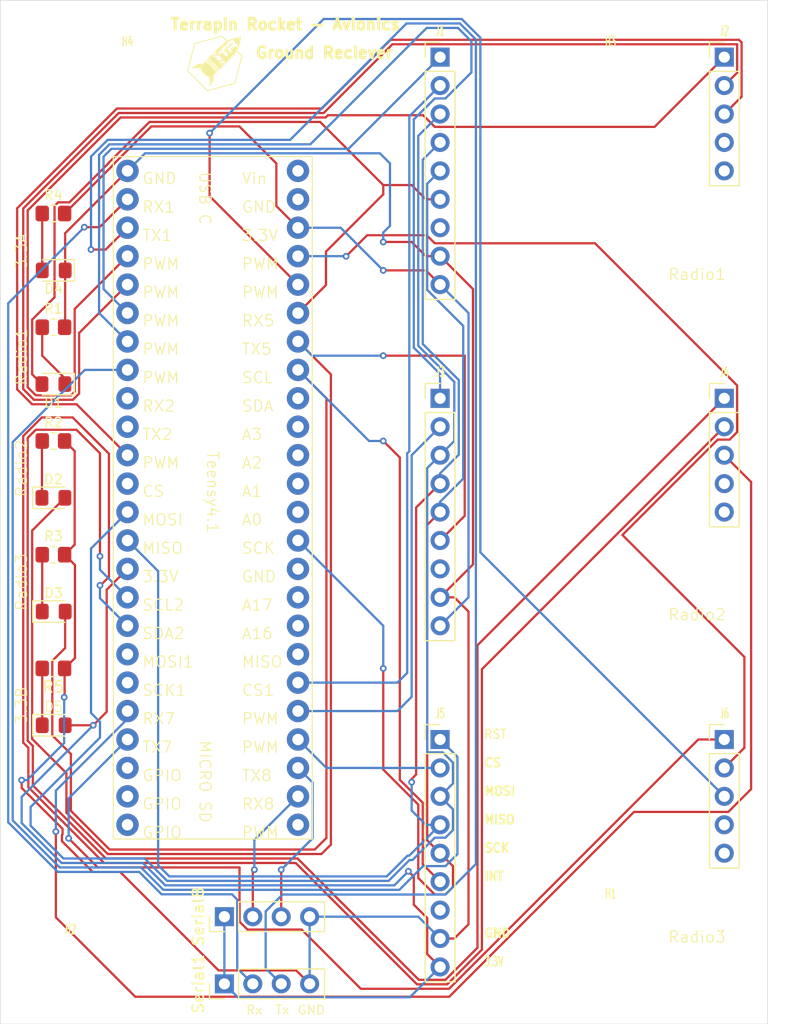
<source format=kicad_pcb>
(kicad_pcb (version 20221018) (generator pcbnew)
  (layers (0 "F.Cu" signal) (31 "B.Cu" signal) (34 "B.Paste" user) (35 "F.Paste" user) (36 "B.SilkS" user "B.Silkscreen") (37 "F.SilkS" user "F.Silkscreen") (38 "B.Mask" user) (39 "F.Mask" user) (44 "Edge.Cuts" user))
  (net 0 "")
  (net 1 "/RST1")
  (net 2 "/CS1")
  (net 3 "/MOSI")
  (net 4 "/MISO")
  (net 5 "/SCK")
  (net 6 "/INT1")
  (net 8 "/GND")
  (net 9 "/3.3V A")
  (net 10 "/G5_1")
  (net 11 "/G4_1")
  (net 12 "/G3_1")
  (net 13 "/G2_1")
  (net 14 "/G1_1")
  (net 15 "/G3_2")
  (net 16 "/G2_2")
  (net 17 "/G1_2")
  (net 18 "/G5_3")
  (net 19 "/RST2")
  (net 20 "/CS2")
  (net 21 "/INT2")
  (net 22 "/G4_3")
  (net 23 "/G3_3")
  (net 24 "/G2_3")
  (net 26 "/RST3")
  (net 27 "/CS3")
  (net 28 "/3.3V B")
  (net 29 "/G1_3")
  (net 30 "/RX1")
  (net 33 "/TX1")
  (net 34 "/RX8")
  (net 38 "/TX8")
  (net 39 "/G5_2")
  (net 40 "/G4_2")
  (net 41 "/INT3")
  (net 58 "Net-(D1-K)")
  (net 59 "Net-(D2-K)")
  (net 60 "Net-(D3-K)")
  (net 61 "Net-(D4-A)")
  (net 62 "Net-(D5-K)")
  (footprint "Connector_PinHeader_2.54mm:PinHeader_1x09_P2.54mm_Vertical" (layer "F.Cu") (at 152.4 85.09)
    (fp_text reference "J3")
    (fp_text value "Conn_01x09_Pin" hide)
  )
  (footprint "Resistor_SMD:R_0805_2012Metric_Pad1.20x1.40mm_HandSolder" (layer "F.Cu") (at 117.84 88.9)
    (fp_text reference "R2")
    (fp_text value "1000")
  )
  (footprint "MountingHole:MountingHole_2.1mm" (layer "F.Cu") (at 167.64 132.54)
    (fp_text reference "H1")
    (fp_text value "MountingHole")
  )
  (footprint "Resistor_SMD:R_0805_2012Metric_Pad1.20x1.40mm_HandSolder" (layer "F.Cu") (at 117.84 68.58)
    (fp_text reference "R4")
    (fp_text value "1000")
  )
  (footprint "MountingHole:MountingHole_2.1mm" (layer "F.Cu") (at 124.46 56.42)
    (fp_text reference "H4")
    (fp_text value "MountingHole")
  )
  (footprint "Connector_PinHeader_2.54mm:PinHeader_1x05_P2.54mm_Vertical" (layer "F.Cu") (at 177.8 54.61)
    (fp_text reference "J2")
    (fp_text value "Conn_01x05_Pin")
  )
  (footprint "Breakout Boards:Teensy_4.1" (layer "F.Cu") (at 132.08 93.98)
    (fp_text reference "Teensy4.1")
    (fp_text value "~")
  )
  (footprint "Connector_PinHeader_2.54mm:PinHeader_1x04_P2.54mm_Vertical" (layer "F.Cu") (at 133.12 131.4 90)
    (fp_text reference "Serial8")
    (fp_text value "Conn_01x04_Pin" hide)
  )
  (footprint "Connector_PinHeader_2.54mm:PinHeader_1x09_P2.54mm_Vertical" (layer "F.Cu") (at 152.4 115.57)
    (fp_text reference "J5")
    (fp_text value "Conn_01x09_Pin")
  )
  (footprint "LED_SMD:LED_0805_2012Metric_Pad1.15x1.40mm_HandSolder" (layer "F.Cu") (at 117.865 104.14)
    (fp_text reference "D3")
    (fp_text value "LED")
  )
  (footprint "Connector_PinHeader_2.54mm:PinHeader_1x04_P2.54mm_Vertical" (layer "F.Cu") (at 133.12 137.4 90)
    (fp_text reference "Serial1")
    (fp_text value "Conn_01x04_Pin" hide)
  )
  (footprint "MountingHole:MountingHole_2.1mm" (layer "F.Cu") (at 167.64 56.42)
    (fp_text reference "H3")
    (fp_text value "MountingHole")
  )
  (footprint "LED_SMD:LED_0805_2012Metric_Pad1.15x1.40mm_HandSolder" (layer "F.Cu") (at 117.865 73.66 180)
    (fp_text reference "D4")
    (fp_text value "LED")
  )
  (footprint "Resistor_SMD:R_0805_2012Metric_Pad1.20x1.40mm_HandSolder" (layer "F.Cu") (at 117.84 99.06)
    (fp_text reference "R3")
    (fp_text value "1000")
  )
  (footprint "LED_SMD:LED_0805_2012Metric_Pad1.15x1.40mm_HandSolder" (layer "F.Cu") (at 117.84 93.98)
    (fp_text reference "D2")
    (fp_text value "LED")
  )
  (footprint "LED_SMD:LED_0805_2012Metric_Pad1.15x1.40mm_HandSolder" (layer "F.Cu") (at 117.84 83.82 180)
    (fp_text reference "D1")
    (fp_text value "LED")
  )
  (footprint "Resistor_SMD:R_0805_2012Metric_Pad1.20x1.40mm_HandSolder" (layer "F.Cu") (at 117.84 78.74)
    (fp_text reference "R1")
    (fp_text value "1000")
  )
  (footprint "Connector_PinHeader_2.54mm:PinHeader_1x05_P2.54mm_Vertical" (layer "F.Cu") (at 177.8 115.57)
    (fp_text reference "J6")
    (fp_text value "Conn_01x05_Pin")
  )
  (footprint "MountingHole:MountingHole_2.1mm" (layer "F.Cu") (at 124.46 132.54)
    (fp_text reference "H2")
    (fp_text value "MountingHole")
  )
  (footprint "Connector_PinHeader_2.54mm:PinHeader_1x05_P2.54mm_Vertical" (layer "F.Cu") (at 177.8 85.09)
    (fp_text reference "J4")
    (fp_text value "Conn_01x05_Pin")
  )
  (footprint "Connector_PinHeader_2.54mm:PinHeader_1x09_P2.54mm_Vertical" (layer "F.Cu") (at 152.4 54.61)
    (fp_text reference "J1")
    (fp_text value "Conn_01x09_Pin" hide)
  )
  (footprint "Resistor_SMD:R_0805_2012Metric_Pad1.20x1.40mm_HandSolder" (layer "F.Cu") (at 117.84 109.22 180)
    (fp_text reference "R5")
    (fp_text value "1000")
  )
  (footprint "LOGO" (layer "F.Cu") (at 132.24 55.18)
    (fp_text reference "G***" hide)
    (fp_text value "LOGO" hide)
  )
  (footprint "LED_SMD:LED_0805_2012Metric_Pad1.15x1.40mm_HandSolder" (layer "F.Cu") (at 117.865 114.3)
    (fp_text reference "D5")
    (fp_text value "LED")
  )
  (gr_rect (start 113.09 49.53) (end 181.67 140.97) (stroke (width 0.05)) (fill none) (layer "Edge.Cuts"))
  (gr_text "Radio1" (at 115.57 78.74 90) (layer "F.SilkS") (effects (font (size 1 1) (thickness 0.1)) (justify right bottom)))
  (gr_text "GND" (at 156.27 133.35) (layer "F.SilkS") (effects (font (size 0.8015 0.738) (thickness 0.1845) bold) (justify left bottom)))
  (gr_text "Ground Reciever" (at 135.8 54.8) (layer "F.SilkS") (effects (font (size 0.992 0.992) (thickness 0.248) bold) (justify left bottom)))
  (gr_text "MOSI" (at 156.27 120.65) (layer "F.SilkS") (effects (font (size 0.8015 0.738) (thickness 0.1845) bold) (justify left bottom)))
  (gr_text "Radio3" (at 115.57 104.14 90) (layer "F.SilkS") (effects (font (size 1 1) (thickness 0.1)) (justify left bottom)))
  (gr_text "3.3A" (at 115.57 73.66 90) (layer "F.SilkS") (effects (font (size 1 1) (thickness 0.1)) (justify left bottom)))
  (gr_text "Radio2\n" (at 178 105) (layer "F.SilkS") (effects (font (size 1 1) (thickness 0.1)) (justify right bottom)))
  (gr_text "MISO" (at 156.27 123.19) (layer "F.SilkS") (effects (font (size 0.8015 0.738) (thickness 0.1845) bold) (justify left bottom)))
  (gr_text "Radio2" (at 115.57 93.98 90) (layer "F.SilkS") (effects (font (size 1 1) (thickness 0.1)) (justify left bottom)))
  (gr_text "RST" (at 156.27 115.57) (layer "F.SilkS") (effects (font (size 0.8014 0.738) (thickness 0.121) bold) (justify left bottom)))
  (gr_text "SCK" (at 156.27 125.73) (layer "F.SilkS") (effects (font (size 0.8015 0.738) (thickness 0.1845) bold) (justify left bottom)))
  (gr_text "GND" (at 139.6 140.2) (layer "F.SilkS") (effects (font (size 0.8 0.8) (thickness 0.1)) (justify left bottom)))
  (gr_text "Radio1" (at 178 74.6) (layer "F.SilkS") (effects (font (size 1 1) (thickness 0.1)) (justify right bottom)))
  (gr_text "Terrapin Rocket - Avionics" (at 128.18 52.26) (layer "F.SilkS") (effects (font (size 0.992 0.992) (thickness 0.248) bold) (justify left bottom)))
  (gr_text "Radio3\n\n" (at 178 135.4) (layer "F.SilkS") (effects (font (size 1 1) (thickness 0.1)) (justify right bottom)))
  (gr_text "3.3V" (at 156.27 135.89) (layer "F.SilkS") (effects (font (size 0.8015 0.522) (thickness 0.1305) bold) (justify left bottom)))
  (gr_text "Tx" (at 137.6 140.2) (layer "F.SilkS") (effects (font (size 0.8 0.8) (thickness 0.1)) (justify left bottom)))
  (gr_text "3.3B" (at 115.57 114.3 90) (layer "F.SilkS") (effects (font (size 1 1) (thickness 0.1)) (justify left bottom)))
  (gr_text "INT" (at 156.27 128.27) (layer "F.SilkS") (effects (font (size 0.8015 0.738) (thickness 0.1845) bold) (justify left bottom)))
  (gr_text "CS" (at 156.27 118.11) (layer "F.SilkS") (effects (font (size 0.80024 0.738) (thickness 0.1845) bold) (justify left bottom)))
  (gr_text "Rx" (at 135 140.2) (layer "F.SilkS") (effects (font (size 0.8 0.8) (thickness 0.1)) (justify left bottom)))
  (segment (start 124.46 77.47) (end 122.32 75.33) (width 0.2) (layer "B.Cu") (net 1))
  (segment (start 123.02 62.8) (end 144.21 62.8) (width 0.2) (layer "B.Cu") (net 1))
  (segment (start 144.21 62.8) (end 152.4 54.61) (width 0.2) (layer "B.Cu") (net 1))
  (segment (start 122.32 75.33) (end 122.32 63.5) (width 0.2) (layer "B.Cu") (net 1))
  (segment (start 122.32 63.5) (end 123.02 62.8) (width 0.2) (layer "B.Cu") (net 1))
  (segment (start 149.46 90.004315) (end 149.46 109.62) (width 0.2) (layer "B.Cu") (net 2))
  (segment (start 149.46 109.62) (end 148.59 110.49) (width 0.2) (layer "B.Cu") (net 2))
  (segment (start 152.4 57.15) (end 149.65 59.9) (width 0.2) (layer "B.Cu") (net 2))
  (segment (start 149.65 89.814314) (end 149.46 90.004315) (width 0.2) (layer "B.Cu") (net 2))
  (segment (start 148.59 110.49) (end 139.7 110.49) (width 0.2) (layer "B.Cu") (net 2))
  (segment (start 149.65 59.9) (end 149.65 89.814314) (width 0.2) (layer "B.Cu") (net 2))
  (segment (start 126 126.2) (end 128 128.2) (width 0.2) (layer "B.Cu") (net 3))
  (segment (start 118.731372 126.2) (end 126 126.2) (width 0.2) (layer "B.Cu") (net 3))
  (segment (start 153.55 121.8) (end 152.4 120.65) (width 0.2) (layer "B.Cu") (net 3))
  (segment (start 124.46 95.25) (end 121.2 98.51) (width 0.2) (layer "B.Cu") (net 3))
  (segment (start 152.4 90.17) (end 153.67 88.9) (width 0.2) (layer "B.Cu") (net 3))
  (segment (start 121.2 98.51) (end 121.2 113.2) (width 0.2) (layer "B.Cu") (net 3))
  (segment (start 121.2 113.2) (end 122 114) (width 0.2) (layer "B.Cu") (net 3))
  (segment (start 153.55 123.666346) (end 153.55 121.8) (width 0.2) (layer "B.Cu") (net 3))
  (segment (start 115.8 123.268628) (end 118.731372 126.2) (width 0.2) (layer "B.Cu") (net 3))
  (segment (start 151.923654 124.34) (end 152.876346 124.34) (width 0.2) (layer "B.Cu") (net 3))
  (segment (start 150.45 80.399999) (end 150.45 61.64) (width 0.2) (layer "B.Cu") (net 3))
  (segment (start 153.55 117.633654) (end 152.636346 116.72) (width 0.2) (layer "B.Cu") (net 3))
  (segment (start 122 115.4) (end 115.8 121.6) (width 0.2) (layer "B.Cu") (net 3))
  (segment (start 152.4 120.65) (end 153.55 119.5) (width 0.2) (layer "B.Cu") (net 3))
  (segment (start 151.25 116.72) (end 151.25 91.32) (width 0.2) (layer "B.Cu") (net 3))
  (segment (start 153.67 83.62) (end 150.45 80.399999) (width 0.2) (layer "B.Cu") (net 3))
  (segment (start 150.45 61.64) (end 152.4 59.69) (width 0.2) (layer "B.Cu") (net 3))
  (segment (start 147.8 128.2) (end 149.657257 126.342743) (width 0.2) (layer "B.Cu") (net 3))
  (segment (start 128 128.2) (end 147.8 128.2) (width 0.2) (layer "B.Cu") (net 3))
  (segment (start 122 114) (end 122 115.4) (width 0.2) (layer "B.Cu") (net 3))
  (segment (start 152.876346 124.34) (end 153.55 123.666346) (width 0.2) (layer "B.Cu") (net 3))
  (segment (start 152.636346 116.72) (end 151.25 116.72) (width 0.2) (layer "B.Cu") (net 3))
  (segment (start 149.920911 126.342743) (end 151.923654 124.34) (width 0.2) (layer "B.Cu") (net 3))
  (segment (start 115.8 121.6) (end 115.8 123.268628) (width 0.2) (layer "B.Cu") (net 3))
  (segment (start 153.67 88.9) (end 153.67 83.62) (width 0.2) (layer "B.Cu") (net 3))
  (segment (start 153.55 119.5) (end 153.55 117.633654) (width 0.2) (layer "B.Cu") (net 3))
  (segment (start 151.25 91.32) (end 152.4 90.17) (width 0.2) (layer "B.Cu") (net 3))
  (segment (start 149.657257 126.342743) (end 149.920911 126.342743) (width 0.2) (layer "B.Cu") (net 3))
  (segment (start 149.86 119.38) (end 149.86 119.097157) (width 0.2) (layer "F.Cu") (net 4))
  (segment (start 149.86 119.097157) (end 150.26 118.697157) (width 0.2) (layer "F.Cu") (net 4))
  (segment (start 150.26 94.85) (end 152.4 92.71) (width 0.2) (layer "F.Cu") (net 4))
  (segment (start 150.26 118.697157) (end 150.26 94.85) (width 0.2) (layer "F.Cu") (net 4))
  (via (at 149.86 119.38) (size 0.6) (drill 0.3) (layers "F.Cu" "B.Cu") (net 4))
  (segment (start 127.2 126.8) (end 127.2 100.53) (width 0.2) (layer "B.Cu") (net 4))
  (segment (start 147.634314 127.8) (end 128.2 127.8) (width 0.2) (layer "B.Cu") (net 4))
  (segment (start 154.07 90.126346) (end 154.07 83.454314) (width 0.2) (layer "B.Cu") (net 4))
  (segment (start 154.07 83.454314) (end 150.85 80.234314) (width 0.2) (layer "B.Cu") (net 4))
  (segment (start 149.86 121.92) (end 151.13 123.19) (width 0.2) (layer "B.Cu") (net 4))
  (segment (start 128.2 127.8) (end 127.2 126.8) (width 0.2) (layer "B.Cu") (net 4))
  (segment (start 150.85 80.234314) (end 150.85 63.78) (width 0.2) (layer "B.Cu") (net 4))
  (segment (start 152.4 92.71) (end 152.4 91.796346) (width 0.2) (layer "B.Cu") (net 4))
  (segment (start 149.491571 125.942743) (end 147.634314 127.8) (width 0.2) (layer "B.Cu") (net 4))
  (segment (start 149.86 119.38) (end 149.86 121.92) (width 0.2) (layer "B.Cu") (net 4))
  (segment (start 152.4 123.19) (end 149.647257 125.942743) (width 0.2) (layer "B.Cu") (net 4))
  (segment (start 152.4 91.796346) (end 154.07 90.126346) (width 0.2) (layer "B.Cu") (net 4))
  (segment (start 151.13 123.19) (end 152.4 123.19) (width 0.2) (layer "B.Cu") (net 4))
  (segment (start 150.85 63.78) (end 152.4 62.23) (width 0.2) (layer "B.Cu") (net 4))
  (segment (start 149.647257 125.942743) (end 149.491571 125.942743) (width 0.2) (layer "B.Cu") (net 4))
  (segment (start 127.2 100.53) (end 124.46 97.79) (width 0.2) (layer "B.Cu") (net 4))
  (segment (start 150.45 127.946346) (end 151.923654 129.42) (width 0.2) (layer "F.Cu") (net 5))
  (segment (start 153.55 126.88) (end 152.4 125.73) (width 0.2) (layer "F.Cu") (net 5))
  (segment (start 151.25 96.4) (end 151.25 124.58) (width 0.2) (layer "F.Cu") (net 5))
  (segment (start 151.25 124.58) (end 152.4 125.73) (width 0.2) (layer "F.Cu") (net 5))
  (segment (start 151.923654 129.42) (end 152.876346 129.42) (width 0.2) (layer "F.Cu") (net 5))
  (segment (start 147.32 118.254215) (end 150.45 121.384215) (width 0.2) (layer "F.Cu") (net 5))
  (segment (start 152.876346 129.42) (end 153.55 128.746346) (width 0.2) (layer "F.Cu") (net 5))
  (segment (start 147.32 109.22) (end 147.32 118.254215) (width 0.2) (layer "F.Cu") (net 5))
  (segment (start 153.55 128.746346) (end 153.55 126.88) (width 0.2) (layer "F.Cu") (net 5))
  (segment (start 152.4 95.25) (end 151.25 96.4) (width 0.2) (layer "F.Cu") (net 5))
  (segment (start 150.45 121.384215) (end 150.45 127.946346) (width 0.2) (layer "F.Cu") (net 5))
  (via (at 147.32 109.22) (size 0.6) (drill 0.3) (layers "F.Cu" "B.Cu") (net 5))
  (segment (start 152.4 94.336346) (end 154.47 92.266346) (width 0.2) (layer "B.Cu") (net 5))
  (segment (start 151.25 65.92) (end 152.4 64.77) (width 0.2) (layer "B.Cu") (net 5))
  (segment (start 154.47 78.626346) (end 151.25 75.406346) (width 0.2) (layer "B.Cu") (net 5))
  (segment (start 154.47 92.266346) (end 154.47 78.626346) (width 0.2) (layer "B.Cu") (net 5))
  (segment (start 151.25 75.406346) (end 151.25 65.92) (width 0.2) (layer "B.Cu") (net 5))
  (segment (start 152.4 95.25) (end 152.4 94.336346) (width 0.2) (layer "B.Cu") (net 5))
  (segment (start 147.32 109.22) (end 147.32 105.41) (width 0.2) (layer "B.Cu") (net 5))
  (segment (start 147.32 105.41) (end 139.7 97.79) (width 0.2) (layer "B.Cu") (net 5))
  (segment (start 142.2 71.985) (end 142.2 74.97) (width 0.2) (layer "F.Cu") (net 6))
  (segment (start 147.32 66.865) (end 142.2 71.985) (width 0.2) (layer "F.Cu") (net 6))
  (segment (start 126.425836 60.4) (end 141.68 60.4) (width 0.2) (layer "F.Cu") (net 6))
  (segment (start 117.94 67.902183) (end 118.262183 67.58) (width 0.2) (layer "F.Cu") (net 6))
  (segment (start 122.76 64.065836) (end 126.425836 60.4) (width 0.2) (layer "F.Cu") (net 6))
  (segment (start 118.262183 67.58) (end 119.274314 67.58) (width 0.2) (layer "F.Cu") (net 6))
  (segment (start 115.94 78.062183) (end 117.94 76.062183) (width 0.2) (layer "F.Cu") (net 6))
  (segment (start 122.76 64.094314) (end 122.76 64.065836) (width 0.2) (layer "F.Cu") (net 6))
  (segment (start 141.68 60.4) (end 147.32 66.04) (width 0.2) (layer "F.Cu") (net 6))
  (segment (start 142.2 74.97) (end 139.7 77.47) (width 0.2) (layer "F.Cu") (net 6))
  (segment (start 117.94 76.062183) (end 117.94 67.902183) (width 0.2) (layer "F.Cu") (net 6))
  (segment (start 151.13 67.31) (end 152.4 67.31) (width 0.2) (layer "F.Cu") (net 6))
  (segment (start 119.274314 67.58) (end 122.76 64.094314) (width 0.2) (layer "F.Cu") (net 6))
  (segment (start 147.32 66.04) (end 149.86 66.04) (width 0.2) (layer "F.Cu") (net 6))
  (segment (start 147.32 66.04) (end 147.32 66.865) (width 0.2) (layer "F.Cu") (net 6))
  (segment (start 116.815 83.82) (end 115.94 82.945) (width 0.2) (layer "F.Cu") (net 6))
  (segment (start 149.86 66.04) (end 151.13 67.31) (width 0.2) (layer "F.Cu") (net 6))
  (segment (start 115.94 82.945) (end 115.94 78.062183) (width 0.2) (layer "F.Cu") (net 6))
  (segment (start 153.67 133.35) (end 154.94 132.08) (width 0.2) (layer "F.Cu") (net 8))
  (segment (start 118.6 124.648529) (end 121.351471 127.4) (width 0.2) (layer "F.Cu") (net 8))
  (segment (start 155.34 75.33) (end 152.4 72.39) (width 0.2) (layer "F.Cu") (net 8))
  (segment (start 119.74 98.16) (end 118.84 99.06) (width 0.2) (layer "F.Cu") (net 8))
  (segment (start 154.94 132.08) (end 154.94 104.14) (width 0.2) (layer "F.Cu") (net 8))
  (segment (start 152.4 102.87) (end 155.34 99.93) (width 0.2) (layer "F.Cu") (net 8))
  (segment (start 119.765 108.295) (end 119.765 99.985) (width 0.2) (layer "F.Cu") (net 8))
  (segment (start 118.89 78.69) (end 118.84 78.74) (width 0.2) (layer "F.Cu") (net 8))
  (segment (start 118.84 109.22) (end 119.765 108.295) (width 0.2) (layer "F.Cu") (net 8))
  (segment (start 151.13 72.39) (end 152.4 72.39) (width 0.2) (layer "F.Cu") (net 8))
  (segment (start 118.65756 123.551471) (end 118.65756 124.048529) (width 0.2) (layer "F.Cu") (net 8))
  (segment (start 154.94 104.14) (end 153.67 102.87) (width 0.2) (layer "F.Cu") (net 8))
  (segment (start 119.765 99.985) (end 118.84 99.06) (width 0.2) (layer "F.Cu") (net 8))
  (segment (start 118.84 88.9) (end 119.74 89.8) (width 0.2) (layer "F.Cu") (net 8))
  (segment (start 149.86 71.12) (end 151.13 72.39) (width 0.2) (layer "F.Cu") (net 8))
  (segment (start 115 119.893911) (end 118.65756 123.551471) (width 0.2) (layer "F.Cu") (net 8))
  (segment (start 147.32 71.12) (end 149.86 71.12) (width 0.2) (layer "F.Cu") (net 8))
  (segment (start 115 119.2) (end 115 119.893911) (width 0.2) (layer "F.Cu") (net 8))
  (segment (start 118.6 124.106089) (end 118.6 124.648529) (width 0.2) (layer "F.Cu") (net 8))
  (segment (start 153.67 102.87) (end 152.4 102.87) (width 0.2) (layer "F.Cu") (net 8))
  (segment (start 121.351471 127.4) (end 123.8 127.4) (width 0.2) (layer "F.Cu") (net 8))
  (segment (start 139.54 136.2) (end 140.74 137.4) (width 0.2) (layer "F.Cu") (net 8))
  (segment (start 118.84 111.76) (end 118.8 111.8) (width 0.2) (layer "F.Cu") (net 8))
  (segment (start 152.4 133.35) (end 153.67 133.35) (width 0.2) (layer "F.Cu") (net 8))
  (segment (start 119.74 89.8) (end 119.74 98.16) (width 0.2) (layer "F.Cu") (net 8))
  (segment (start 118.89 73.66) (end 118.89 78.69) (width 0.2) (layer "F.Cu") (net 8))
  (segment (start 118.84 109.22) (end 118.84 111.76) (width 0.2) (layer "F.Cu") (net 8))
  (segment (start 118.89 70.34) (end 124.46 64.77) (width 0.2) (layer "F.Cu") (net 8))
  (segment (start 118.65756 124.048529) (end 118.6 124.106089) (width 0.2) (layer "F.Cu") (net 8))
  (segment (start 123.8 127.4) (end 132.6 136.2) (width 0.2) (layer "F.Cu") (net 8))
  (segment (start 132.6 136.2) (end 139.54 136.2) (width 0.2) (layer "F.Cu") (net 8))
  (segment (start 118.89 73.66) (end 118.89 70.34) (width 0.2) (layer "F.Cu") (net 8))
  (segment (start 155.34 99.93) (end 155.34 75.33) (width 0.2) (layer "F.Cu") (net 8))
  (via (at 147.32 71.12) (size 0.6) (drill 0.3) (layers "F.Cu" "B.Cu") (net 8))
  (via (at 118.8 111.8) (size 0.6) (drill 0.3) (layers "F.Cu" "B.Cu") (net 8))
  (via (at 115 119.2) (size 0.6) (drill 0.3) (layers "F.Cu" "B.Cu") (net 8))
  (segment (start 147.32 71.12) (end 147.32 70.28) (width 0.2) (layer "B.Cu") (net 8))
  (segment (start 118.8 115.883224) (end 118.8 111.8) (width 0.2) (layer "B.Cu") (net 8))
  (segment (start 147.02 63.2) (end 126.03 63.2) (width 0.2) (layer "B.Cu") (net 8))
  (segment (start 150.45 131.4) (end 152.4 133.35) (width 0.2) (layer "B.Cu") (net 8))
  (segment (start 140.74 131.4) (end 140.74 137.4) (width 0.2) (layer "B.Cu") (net 8))
  (segment (start 140.74 131.4) (end 150.45 131.4) (width 0.2) (layer "B.Cu") (net 8))
  (segment (start 126.03 63.2) (end 124.46 64.77) (width 0.2) (layer "B.Cu") (net 8))
  (segment (start 115 119.2) (end 115.483224 119.2) (width 0.2) (layer "B.Cu") (net 8))
  (segment (start 147.92 69.68) (end 147.92 64.1) (width 0.2) (layer "B.Cu") (net 8))
  (segment (start 147.32 70.28) (end 147.92 69.68) (width 0.2) (layer "B.Cu") (net 8))
  (segment (start 115.483224 119.2) (end 118.8 115.883224) (width 0.2) (layer "B.Cu") (net 8))
  (segment (start 147.92 64.1) (end 147.02 63.2) (width 0.2) (layer "B.Cu") (net 8))
  (segment (start 151.13 73.66) (end 147.32 73.66) (width 0.2) (layer "F.Cu") (net 9))
  (segment (start 123.16 64.231522) (end 126.591522 60.8) (width 0.2) (layer "F.Cu") (net 9))
  (segment (start 137.765 67.915) (end 139.7 69.85) (width 0.2) (layer "F.Cu") (net 9))
  (segment (start 118.84 68.58) (end 123.16 64.26) (width 0.2) (layer "F.Cu") (net 9))
  (segment (start 134.46 60.8) (end 137.765 64.105) (width 0.2) (layer "F.Cu") (net 9))
  (segment (start 126.591522 60.8) (end 134.46 60.8) (width 0.2) (layer "F.Cu") (net 9))
  (segment (start 137.765 64.105) (end 137.765 67.915) (width 0.2) (layer "F.Cu") (net 9))
  (segment (start 123.16 64.26) (end 123.16 64.231522) (width 0.2) (layer "F.Cu") (net 9))
  (segment (start 152.4 74.93) (end 151.13 73.66) (width 0.2) (layer "F.Cu") (net 9))
  (via (at 147.32 73.66) (size 0.6) (drill 0.3) (layers "F.Cu" "B.Cu") (net 9))
  (segment (start 154.94 77.47) (end 152.4 74.93) (width 0.2) (layer "B.Cu") (net 9))
  (segment (start 154.94 102.87) (end 154.94 77.47) (width 0.2) (layer "B.Cu") (net 9))
  (segment (start 152.4 105.41) (end 154.94 102.87) (width 0.2) (layer "B.Cu") (net 9))
  (segment (start 143.51 69.85) (end 139.7 69.85) (width 0.2) (layer "B.Cu") (net 9))
  (segment (start 147.32 73.66) (end 143.51 69.85) (width 0.2) (layer "B.Cu") (net 9))
  (segment (start 114.6 84.289188) (end 115.930812 85.62) (width 0.2) (layer "F.Cu") (net 12))
  (segment (start 119.91 85.62) (end 124.46 90.17) (width 0.2) (layer "F.Cu") (net 12))
  (segment (start 179.35 53.294315) (end 179.115685 53.06) (width 0.2) (layer "F.Cu") (net 12))
  (segment (start 141.834314 59.2) (end 123.510811 59.2) (width 0.2) (layer "F.Cu") (net 12))
  (segment (start 147.974314 53.06) (end 141.834314 59.2) (width 0.2) (layer "F.Cu") (net 12))
  (segment (start 115.930812 85.62) (end 119.91 85.62) (width 0.2) (layer "F.Cu") (net 12))
  (segment (start 177.8 59.69) (end 179.35 58.14) (width 0.2) (layer "F.Cu") (net 12))
  (segment (start 179.35 58.14) (end 179.35 53.294315) (width 0.2) (layer "F.Cu") (net 12))
  (segment (start 114.6 68.110811) (end 114.6 84.289188) (width 0.2) (layer "F.Cu") (net 12))
  (segment (start 179.115685 53.06) (end 147.974314 53.06) (width 0.2) (layer "F.Cu") (net 12))
  (segment (start 123.510811 59.2) (end 114.6 68.110811) (width 0.2) (layer "F.Cu") (net 12))
  (segment (start 178.95 53.46) (end 148.14 53.46) (width 0.2) (layer "F.Cu") (net 13))
  (segment (start 120.14 79.25) (end 124.46 74.93) (width 0.2) (layer "F.Cu") (net 13))
  (segment (start 115.14 68.136497) (end 115.14 84.263503) (width 0.2) (layer "F.Cu") (net 13))
  (segment (start 115.14 84.263503) (end 116.096497 85.22) (width 0.2) (layer "F.Cu") (net 13))
  (segment (start 141.999999 59.6) (end 123.676497 59.6) (width 0.2) (layer "F.Cu") (net 13))
  (segment (start 123.676497 59.6) (end 115.14 68.136497) (width 0.2) (layer "F.Cu") (net 13))
  (segment (start 148.14 53.46) (end 141.999999 59.6) (width 0.2) (layer "F.Cu") (net 13))
  (segment (start 119.583503 85.22) (end 120.14 84.663503) (width 0.2) (layer "F.Cu") (net 13))
  (segment (start 177.8 57.15) (end 178.95 56) (width 0.2) (layer "F.Cu") (net 13))
  (segment (start 116.096497 85.22) (end 119.583503 85.22) (width 0.2) (layer "F.Cu") (net 13))
  (segment (start 178.95 56) (end 178.95 53.46) (width 0.2) (layer "F.Cu") (net 13))
  (segment (start 120.14 84.663503) (end 120.14 79.25) (width 0.2) (layer "F.Cu") (net 13))
  (segment (start 119.74 77.11) (end 119.74 84.497817) (width 0.2) (layer "F.Cu") (net 14))
  (segment (start 119.74 84.497817) (end 119.417817 84.82) (width 0.2) (layer "F.Cu") (net 14))
  (segment (start 119.417817 84.82) (end 116.262183 84.82) (width 0.2) (layer "F.Cu") (net 14))
  (segment (start 124.46 72.39) (end 119.74 77.11) (width 0.2) (layer "F.Cu") (net 14))
  (segment (start 123.842183 60) (end 142.165684 60) (width 0.2) (layer "F.Cu") (net 14))
  (segment (start 171.57 60.84) (end 177.8 54.61) (width 0.2) (layer "F.Cu") (net 14))
  (segment (start 142.365684 59.8) (end 150.883654 59.8) (width 0.2) (layer "F.Cu") (net 14))
  (segment (start 115.54 68.302183) (end 123.842183 60) (width 0.2) (layer "F.Cu") (net 14))
  (segment (start 116.262183 84.82) (end 115.54 84.097817) (width 0.2) (layer "F.Cu") (net 14))
  (segment (start 151.923654 60.84) (end 171.57 60.84) (width 0.2) (layer "F.Cu") (net 14))
  (segment (start 115.54 84.097817) (end 115.54 68.302183) (width 0.2) (layer "F.Cu") (net 14))
  (segment (start 142.165684 60) (end 142.365684 59.8) (width 0.2) (layer "F.Cu") (net 14))
  (segment (start 150.883654 59.8) (end 151.923654 60.84) (width 0.2) (layer "F.Cu") (net 14))
  (segment (start 169.73 122.04) (end 178.16 122.04) (width 0.2) (layer "F.Cu") (net 15))
  (segment (start 118.05756 131.45756) (end 125.15 138.55) (width 0.2) (layer "F.Cu") (net 15))
  (segment (start 180.2 92.57) (end 177.8 90.17) (width 0.2) (layer "F.Cu") (net 15))
  (segment (start 153.22 138.55) (end 169.73 122.04) (width 0.2) (layer "F.Cu") (net 15))
  (segment (start 125.15 138.55) (end 153.22 138.55) (width 0.2) (layer "F.Cu") (net 15))
  (segment (start 180.2 120) (end 180.2 92.57) (width 0.2) (layer "F.Cu") (net 15))
  (segment (start 118.05756 123.8) (end 118.05756 131.45756) (width 0.2) (layer "F.Cu") (net 15))
  (segment (start 178.16 122.04) (end 180.2 120) (width 0.2) (layer "F.Cu") (net 15))
  (via (at 118.05756 123.8) (size 0.6) (drill 0.3) (layers "F.Cu" "B.Cu") (net 15))
  (segment (start 124.46 113.731522) (end 124.46 113.03) (width 0.2) (layer "B.Cu") (net 15))
  (segment (start 118.05756 120.133962) (end 124.46 113.731522) (width 0.2) (layer "B.Cu") (net 15))
  (segment (start 118.05756 123.8) (end 118.05756 120.133962) (width 0.2) (layer "B.Cu") (net 15))
  (segment (start 153.042031 137.44) (end 150.334162 137.44) (width 0.2) (layer "F.Cu") (net 16))
  (segment (start 115.14 115.849874) (end 115.14 88.456497) (width 0.2) (layer "F.Cu") (net 16))
  (segment (start 115.6 116.309875) (end 115.14 115.849874) (width 0.2) (layer "F.Cu") (net 16))
  (segment (start 122.8 90.041091) (end 122.8 101.048529) (width 0.2) (layer "F.Cu") (net 16))
  (segment (start 156.14 109.29) (end 156.14 134.342032) (width 0.2) (layer "F.Cu") (net 16))
  (segment (start 177.8 87.63) (end 156.14 109.29) (width 0.2) (layer "F.Cu") (net 16))
  (segment (start 115.6 119.837057) (end 115.6 116.309875) (width 0.2) (layer "F.Cu") (net 16))
  (segment (start 116.796497 86.8) (end 119.558909 86.8) (width 0.2) (layer "F.Cu") (net 16))
  (segment (start 150.334162 137.44) (end 139.494162 126.6) (width 0.2) (layer "F.Cu") (net 16))
  (segment (start 122.362942 126.6) (end 115.6 119.837057) (width 0.2) (layer "F.Cu") (net 16))
  (segment (start 156.14 134.342032) (end 153.042031 137.44) (width 0.2) (layer "F.Cu") (net 16))
  (segment (start 122.8 101.048529) (end 122.048529 101.8) (width 0.2) (layer "F.Cu") (net 16))
  (segment (start 139.494162 126.6) (end 122.362942 126.6) (width 0.2) (layer "F.Cu") (net 16))
  (segment (start 119.558909 86.8) (end 122.8 90.041091) (width 0.2) (layer "F.Cu") (net 16))
  (segment (start 122.048529 101.8) (end 122 101.8) (width 0.2) (layer "F.Cu") (net 16))
  (segment (start 115.14 88.456497) (end 116.796497 86.8) (width 0.2) (layer "F.Cu") (net 16))
  (via (at 122 101.8) (size 0.6) (drill 0.3) (layers "F.Cu" "B.Cu") (net 16))
  (segment (start 122 101.8) (end 122 102.95) (width 0.2) (layer "B.Cu") (net 16))
  (segment (start 122 102.95) (end 124.46 105.41) (width 0.2) (layer "B.Cu") (net 16))
  (segment (start 122 99.2) (end 122 90) (width 0.2) (layer "F.Cu") (net 17))
  (segment (start 116 119.671372) (end 122.528628 126.2) (width 0.2) (layer "F.Cu") (net 17))
  (segment (start 139.659848 126.2) (end 150.499848 137.04) (width 0.2) (layer "F.Cu") (net 17))
  (segment (start 155.74 107.15) (end 177.8 85.09) (width 0.2) (layer "F.Cu") (net 17))
  (segment (start 115.54 115.684189) (end 116 116.144189) (width 0.2) (layer "F.Cu") (net 17))
  (segment (start 122.528628 126.2) (end 139.659848 126.2) (width 0.2) (layer "F.Cu") (net 17))
  (segment (start 115.54 88.622183) (end 115.54 115.684189) (width 0.2) (layer "F.Cu") (net 17))
  (segment (start 119.9 87.9) (end 116.262183 87.9) (width 0.2) (layer "F.Cu") (net 17))
  (segment (start 116 116.144189) (end 116 119.671372) (width 0.2) (layer "F.Cu") (net 17))
  (segment (start 122 90) (end 119.9 87.9) (width 0.2) (layer "F.Cu") (net 17))
  (segment (start 150.499848 137.04) (end 152.876346 137.04) (width 0.2) (layer "F.Cu") (net 17))
  (segment (start 116.262183 87.9) (end 115.54 88.622183) (width 0.2) (layer "F.Cu") (net 17))
  (segment (start 155.74 134.176346) (end 155.74 107.15) (width 0.2) (layer "F.Cu") (net 17))
  (segment (start 152.876346 137.04) (end 155.74 134.176346) (width 0.2) (layer "F.Cu") (net 17))
  (via (at 122 99.2) (size 0.6) (drill 0.3) (layers "F.Cu" "B.Cu") (net 17))
  (segment (start 122 100.41) (end 124.46 102.87) (width 0.2) (layer "B.Cu") (net 17))
  (segment (start 122 99.2) (end 122 100.41) (width 0.2) (layer "B.Cu") (net 17))
  (segment (start 152.876346 58.3) (end 151.923654 58.3) (width 0.2) (layer "B.Cu") (net 19))
  (segment (start 150.05 80.565684) (end 152.4 82.915686) (width 0.2) (layer "B.Cu") (net 19))
  (segment (start 151.923654 58.3) (end 150.05 60.173654) (width 0.2) (layer "B.Cu") (net 19))
  (segment (start 140.8 62.4) (end 151.2 52) (width 0.2) (layer "B.Cu") (net 19))
  (segment (start 150.05 60.173654) (end 150.05 80.565684) (width 0.2) (layer "B.Cu") (net 19))
  (segment (start 152.4 82.915686) (end 152.4 85.09) (width 0.2) (layer "B.Cu") (net 19))
  (segment (start 155.2 55.976346) (end 152.876346 58.3) (width 0.2) (layer "B.Cu") (net 19))
  (segment (start 121.92 77.47) (end 121.92 63.334314) (width 0.2) (layer "B.Cu") (net 19))
  (segment (start 122.854315 62.4) (end 140.8 62.4) (width 0.2) (layer "B.Cu") (net 19))
  (segment (start 154 52) (end 155.2 53.2) (width 0.2) (layer "B.Cu") (net 19))
  (segment (start 151.2 52) (end 154 52) (width 0.2) (layer "B.Cu") (net 19))
  (segment (start 121.92 63.334314) (end 122.854315 62.4) (width 0.2) (layer "B.Cu") (net 19))
  (segment (start 155.2 53.2) (end 155.2 55.976346) (width 0.2) (layer "B.Cu") (net 19))
  (segment (start 124.46 80.01) (end 121.92 77.47) (width 0.2) (layer "B.Cu") (net 19))
  (segment (start 149.86 90.17) (end 149.86 111.76) (width 0.2) (layer "B.Cu") (net 20))
  (segment (start 152.4 87.63) (end 149.86 90.17) (width 0.2) (layer "B.Cu") (net 20))
  (segment (start 148.59 113.03) (end 139.7 113.03) (width 0.2) (layer "B.Cu") (net 20))
  (segment (start 149.86 111.76) (end 148.59 113.03) (width 0.2) (layer "B.Cu") (net 20))
  (segment (start 147.32 81.28) (end 154.6 81.28) (width 0.2) (layer "F.Cu") (net 21))
  (segment (start 122.694314 125.8) (end 141.8 125.8) (width 0.2) (layer "F.Cu") (net 21))
  (segment (start 141.8 125.8) (end 142.64 124.96) (width 0.2) (layer "F.Cu") (net 21))
  (segment (start 154.6 81.28) (end 154.6 95.59) (width 0.2) (layer "F.Cu") (net 21))
  (segment (start 154.6 95.59) (end 152.4 97.79) (width 0.2) (layer "F.Cu") (net 21))
  (segment (start 142.64 124.96) (end 142.64 82.95) (width 0.2) (layer "F.Cu") (net 21))
  (segment (start 142.64 82.95) (end 139.7 80.01) (width 0.2) (layer "F.Cu") (net 21))
  (segment (start 119 122.105686) (end 122.694314 125.8) (width 0.2) (layer "F.Cu") (net 21))
  (segment (start 119 118.578503) (end 119 122.105686) (width 0.2) (layer "F.Cu") (net 21))
  (segment (start 115.94 96.905) (end 115.94 115.518503) (width 0.2) (layer "F.Cu") (net 21))
  (segment (start 118.865 93.98) (end 115.94 96.905) (width 0.2) (layer "F.Cu") (net 21))
  (segment (start 115.94 115.518503) (end 119 118.578503) (width 0.2) (layer "F.Cu") (net 21))
  (via (at 147.32 81.28) (size 0.6) (drill 0.3) (layers "F.Cu" "B.Cu") (net 21))
  (segment (start 140.97 81.28) (end 139.7 80.01) (width 0.2) (layer "B.Cu") (net 21))
  (segment (start 147.32 81.28) (end 140.97 81.28) (width 0.2) (layer "B.Cu") (net 21))
  (segment (start 131.8 61.4) (end 131.8 67.03) (width 0.2) (layer "F.Cu") (net 23))
  (segment (start 131.8 67.03) (end 139.7 74.93) (width 0.2) (layer "F.Cu") (net 23))
  (via (at 131.8 61.4) (size 0.6) (drill 0.3) (layers "F.Cu" "B.Cu") (net 23))
  (segment (start 156 52.868628) (end 154.331371 51.2) (width 0.2) (layer "B.Cu") (net 23))
  (segment (start 177.8 120.65) (end 156 98.85) (width 0.2) (layer "B.Cu") (net 23))
  (segment (start 154.331371 51.2) (end 142 51.2) (width 0.2) (layer "B.Cu") (net 23))
  (segment (start 142 51.2) (end 131.8 61.4) (width 0.2) (layer "B.Cu") (net 23))
  (segment (start 156 98.85) (end 156 52.868628) (width 0.2) (layer "B.Cu") (net 23))
  (segment (start 178.95 83.94) (end 166.25 71.24) (width 0.2) (layer "F.Cu") (net 24))
  (segment (start 151.203654 70.52) (end 145.88 70.52) (width 0.2) (layer "F.Cu") (net 24))
  (segment (start 178.276346 88.78) (end 178.95 88.106346) (width 0.2) (layer "F.Cu") (net 24))
  (segment (start 179.6 116.31) (end 179.6 108.2) (width 0.2) (layer "F.Cu") (net 24))
  (segment (start 151.923654 71.24) (end 151.203654 70.52) (width 0.2) (layer "F.Cu") (net 24))
  (segment (start 166.25 71.24) (end 151.923654 71.24) (width 0.2) (layer "F.Cu") (net 24))
  (segment (start 178.95 88.106346) (end 178.95 83.94) (width 0.2) (layer "F.Cu") (net 24))
  (segment (start 177.8 118.11) (end 179.6 116.31) (width 0.2) (layer "F.Cu") (net 24))
  (segment (start 177.215686 88.78) (end 178.276346 88.78) (width 0.2) (layer "F.Cu") (net 24))
  (segment (start 145.88 70.52) (end 144 72.4) (width 0.2) (layer "F.Cu") (net 24))
  (segment (start 179.6 108.2) (end 168.697843 97.297843) (width 0.2) (layer "F.Cu") (net 24))
  (segment (start 168.697843 97.297843) (end 177.215686 88.78) (width 0.2) (layer "F.Cu") (net 24))
  (via (at 144 72.4) (size 0.6) (drill 0.3) (layers "F.Cu" "B.Cu") (net 24))
  (segment (start 143.99 72.39) (end 139.7 72.39) (width 0.2) (layer "B.Cu") (net 24))
  (segment (start 144 72.4) (end 143.99 72.39) (width 0.2) (layer "B.Cu") (net 24))
  (segment (start 120.65 82.55) (end 124.46 82.55) (width 0.2) (layer "B.Cu") (net 26))
  (segment (start 153.95 125.806346) (end 152.876346 126.88) (width 0.2) (layer "B.Cu") (net 26))
  (segment (start 125.668628 127) (end 118.4 127) (width 0.2) (layer "B.Cu") (net 26))
  (segment (start 152.4 115.57) (end 153.95 117.12) (width 0.2) (layer "B.Cu") (net 26))
  (segment (start 152.876346 126.88) (end 150.879469 126.88) (width 0.2) (layer "B.Cu") (net 26))
  (segment (start 114.2 89) (end 120.65 82.55) (width 0.2) (layer "B.Cu") (net 26))
  (segment (start 127.668628 129) (end 125.668628 127) (width 0.2) (layer "B.Cu") (net 26))
  (segment (start 153.95 117.12) (end 153.95 125.806346) (width 0.2) (layer "B.Cu") (net 26))
  (segment (start 150.879469 126.88) (end 148.759469 129) (width 0.2) (layer "B.Cu") (net 26))
  (segment (start 148.759469 129) (end 127.668628 129) (width 0.2) (layer "B.Cu") (net 26))
  (segment (start 114.2 122.8) (end 114.2 89) (width 0.2) (layer "B.Cu") (net 26))
  (segment (start 118.4 127) (end 114.2 122.8) (width 0.2) (layer "B.Cu") (net 26))
  (segment (start 142.24 118.11) (end 139.7 115.57) (width 0.2) (layer "B.Cu") (net 27))
  (segment (start 152.4 118.11) (end 142.24 118.11) (width 0.2) (layer "B.Cu") (net 27))
  (segment (start 122.6 102.19) (end 124.46 100.33) (width 0.2) (layer "F.Cu") (net 28))
  (segment (start 121.4 114.3) (end 122.6 113.1) (width 0.2) (layer "F.Cu") (net 28))
  (segment (start 152.4 135.89) (end 151.25 134.74) (width 0.2) (layer "F.Cu") (net 28))
  (segment (start 122.6 113.1) (end 122.6 102.19) (width 0.2) (layer "F.Cu") (net 28))
  (segment (start 150.05 130.326346) (end 150.05 127.824546) (width 0.2) (layer "F.Cu") (net 28))
  (segment (start 151.25 134.74) (end 151.25 131.526346) (width 0.2) (layer "F.Cu") (net 28))
  (segment (start 150.05 127.824546) (end 149.568197 127.342743) (width 0.2) (layer "F.Cu") (net 28))
  (segment (start 151.25 131.526346) (end 150.05 130.326346) (width 0.2) (layer "F.Cu") (net 28))
  (segment (start 118.89 114.3) (end 121.4 114.3) (width 0.2) (layer "F.Cu") (net 28))
  (via (at 121.4 114.3) (size 0.6) (drill 0.3) (layers "F.Cu" "B.Cu") (net 28))
  (via (at 149.568197 127.342743) (size 0.6) (drill 0.3) (layers "F.Cu" "B.Cu") (net 28))
  (segment (start 118.565686 126.6) (end 125.834314 126.6) (width 0.2) (layer "B.Cu") (net 28))
  (segment (start 133.12 137.4) (end 134.32 138.6) (width 0.2) (layer "B.Cu") (net 28))
  (segment (start 149.69 138.6) (end 152.4 135.89) (width 0.2) (layer "B.Cu") (net 28))
  (segment (start 134.32 138.6) (end 149.69 138.6) (width 0.2) (layer "B.Cu") (net 28))
  (segment (start 148.31094 128.6) (end 149.568197 127.342743) (width 0.2) (layer "B.Cu") (net 28))
  (segment (start 115 120.7) (end 115 123.034314) (width 0.2) (layer "B.Cu") (net 28))
  (segment (start 121.4 114.3) (end 115 120.7) (width 0.2) (layer "B.Cu") (net 28))
  (segment (start 125.834314 126.6) (end 127.834314 128.6) (width 0.2) (layer "B.Cu") (net 28))
  (segment (start 127.834314 128.6) (end 148.31094 128.6) (width 0.2) (layer "B.Cu") (net 28))
  (segment (start 115 123.034314) (end 118.565686 126.6) (width 0.2) (layer "B.Cu") (net 28))
  (segment (start 133.12 131.4) (end 133.12 137.4) (width 0.2) (layer "B.Cu") (net 28))
  (segment (start 145.313654 137.84) (end 140.023654 132.55) (width 0.2) (layer "F.Cu") (net 29))
  (segment (start 134.473654 127) (end 121.8 127) (width 0.2) (layer "F.Cu") (net 29))
  (segment (start 175.477716 115.57) (end 153.207716 137.84) (width 0.2) (layer "F.Cu") (net 29))
  (segment (start 121.8 127) (end 119.2 124.4) (width 0.2) (layer "F.Cu") (net 29))
  (segment (start 177.8 115.57) (end 175.477716 115.57) (width 0.2) (layer "F.Cu") (net 29))
  (segment (start 153.207716 137.84) (end 145.313654 137.84) (width 0.2) (layer "F.Cu") (net 29))
  (segment (start 140.023654 132.55) (end 135.183654 132.55) (width 0.2) (layer "F.Cu") (net 29))
  (segment (start 134.473654 131.84) (end 134.473654 127) (width 0.2) (layer "F.Cu") (net 29))
  (segment (start 135.183654 132.55) (end 134.473654 131.84) (width 0.2) (layer "F.Cu") (net 29))
  (via (at 119.2 124.4) (size 0.6) (drill 0.3) (layers "F.Cu" "B.Cu") (net 29))
  (segment (start 119.2 120.83) (end 124.46 115.57) (width 0.2) (layer "B.Cu") (net 29))
  (segment (start 119.2 124.4) (end 119.2 120.83) (width 0.2) (layer "B.Cu") (net 29))
  (segment (start 121.97 69.8) (end 124.46 67.31) (width 0.2) (layer "F.Cu") (net 30))
  (segment (start 120.6 69.8) (end 121.97 69.8) (width 0.2) (layer "F.Cu") (net 30))
  (via (at 120.6 69.8) (size 0.6) (drill 0.3) (layers "F.Cu" "B.Cu") (net 30))
  (segment (start 133.8 129.4) (end 127.502942 129.4) (width 0.2) (layer "B.Cu") (net 30))
  (segment (start 134.27 129.87) (end 133.8 129.4) (width 0.2) (layer "B.Cu") (net 30))
  (segment (start 125.502942 127.4) (end 118.234314 127.4) (width 0.2) (layer "B.Cu") (net 30))
  (segment (start 118.234314 127.4) (end 113.8 122.965686) (width 0.2) (layer "B.Cu") (net 30))
  (segment (start 135.66 137.4) (end 134.27 136.01) (width 0.2) (layer "B.Cu") (net 30))
  (segment (start 113.8 76.6) (end 120.6 69.8) (width 0.2) (layer "B.Cu") (net 30))
  (segment (start 127.502942 129.4) (end 125.502942 127.4) (width 0.2) (layer "B.Cu") (net 30))
  (segment (start 134.27 136.01) (end 134.27 129.87) (width 0.2) (layer "B.Cu") (net 30))
  (segment (start 113.8 122.965686) (end 113.8 76.6) (width 0.2) (layer "B.Cu") (net 30))
  (segment (start 121.2 71.8) (end 122.51 71.8) (width 0.2) (layer "F.Cu") (net 33))
  (segment (start 122.51 71.8) (end 124.46 69.85) (width 0.2) (layer "F.Cu") (net 33))
  (via (at 121.2 71.8) (size 0.6) (drill 0.3) (layers "F.Cu" "B.Cu") (net 33))
  (segment (start 139 62) (end 122.688629 62) (width 0.2) (layer "B.Cu") (net 33))
  (segment (start 154.165686 51.6) (end 149.4 51.6) (width 0.2) (layer "B.Cu") (net 33))
  (segment (start 136.81 136.01) (end 136.81 130.923654) (width 0.2) (layer "B.Cu") (net 33))
  (segment (start 138.313654 129.42) (end 152.876346 129.42) (width 0.2) (layer "B.Cu") (net 33))
  (segment (start 155.6 53.034314) (end 154.165686 51.6) (width 0.2) (layer "B.Cu") (net 33))
  (segment (start 149.4 51.6) (end 139 62) (width 0.2) (layer "B.Cu") (net 33))
  (segment (start 138.2 137.4) (end 136.81 136.01) (width 0.2) (layer "B.Cu") (net 33))
  (segment (start 136.81 130.923654) (end 138.313654 129.42) (width 0.2) (layer "B.Cu") (net 33))
  (segment (start 121.2 63.488628) (end 121.2 71.8) (width 0.2) (layer "B.Cu") (net 33))
  (segment (start 122.688629 62) (end 121.2 63.488628) (width 0.2) (layer "B.Cu") (net 33))
  (segment (start 155.6 126.696346) (end 155.6 53.034314) (width 0.2) (layer "B.Cu") (net 33))
  (segment (start 152.876346 129.42) (end 155.6 126.696346) (width 0.2) (layer "B.Cu") (net 33))
  (segment (start 135.66 131.4) (end 135.66 127.34) (width 0.2) (layer "F.Cu") (net 34))
  (segment (start 135.66 127.34) (end 135.8 127.2) (width 0.2) (layer "F.Cu") (net 34))
  (via (at 135.8 127.2) (size 0.6) (drill 0.3) (layers "F.Cu" "B.Cu") (net 34))
  (segment (start 135.8 124.55) (end 139.7 120.65) (width 0.2) (layer "B.Cu") (net 34))
  (segment (start 135.8 127.2) (end 135.8 124.55) (width 0.2) (layer "B.Cu") (net 34))
  (segment (start 138.2 131.4) (end 138.2 127.2) (width 0.2) (layer "F.Cu") (net 38))
  (via (at 138.2 127.2) (size 0.6) (drill 0.3) (layers "F.Cu" "B.Cu") (net 38))
  (segment (start 138.2 127.2) (end 141 124.4) (width 0.2) (layer "B.Cu") (net 38))
  (segment (start 141 119.41) (end 139.7 118.11) (width 0.2) (layer "B.Cu") (net 38))
  (segment (start 141 124.4) (end 141 119.41) (width 0.2) (layer "B.Cu") (net 38))
  (segment (start 148.8 119.168529) (end 150.85 121.218529) (width 0.2) (layer "F.Cu") (net 41))
  (segment (start 148.8 90.38) (end 148.8 119.168529) (width 0.2) (layer "F.Cu") (net 41))
  (segment (start 122.86 125.4) (end 141.2 125.4) (width 0.2) (layer "F.Cu") (net 41))
  (segment (start 150.85 121.218529) (end 150.85 126.72) (width 0.2) (layer "F.Cu") (net 41))
  (segment (start 142.24 85.09) (end 139.7 82.55) (width 0.2) (layer "F.Cu") (net 41))
  (segment (start 142.24 124.36) (end 142.24 85.09) (width 0.2) (layer "F.Cu") (net 41))
  (segment (start 118.89 107.392183) (end 117.74 108.542183) (width 0.2) (layer "F.Cu") (net 41))
  (segment (start 118.89 104.14) (end 118.89 107.392183) (width 0.2) (layer "F.Cu") (net 41))
  (segment (start 147.32 88.9) (end 148.8 90.38) (width 0.2) (layer "F.Cu") (net 41))
  (segment (start 119.4 116.86) (end 119.4 121.94) (width 0.2) (layer "F.Cu") (net 41))
  (segment (start 117.74 108.542183) (end 117.74 115.2) (width 0.2) (layer "F.Cu") (net 41))
  (segment (start 141.2 125.4) (end 142.24 124.36) (width 0.2) (layer "F.Cu") (net 41))
  (segment (start 117.74 115.2) (end 119.4 116.86) (width 0.2) (layer "F.Cu") (net 41))
  (segment (start 119.4 121.94) (end 122.86 125.4) (width 0.2) (layer "F.Cu") (net 41))
  (segment (start 150.85 126.72) (end 152.4 128.27) (width 0.2) (layer "F.Cu") (net 41))
  (via (at 147.32 88.9) (size 0.6) (drill 0.3) (layers "F.Cu" "B.Cu") (net 41))
  (segment (start 147.32 88.9) (end 146.05 88.9) (width 0.2) (layer "B.Cu") (net 41))
  (segment (start 146.05 88.9) (end 139.7 82.55) (width 0.2) (layer "B.Cu") (net 41))
  (segment (start 116.84 78.74) (end 116.84 81.28) (width 0.2) (layer "F.Cu") (net 58))
  (segment (start 118.865 83.305) (end 118.865 83.82) (width 0.2) (layer "F.Cu") (net 58))
  (segment (start 116.84 81.28) (end 118.865 83.305) (width 0.2) (layer "F.Cu") (net 58))
  (segment (start 116.815 93.98) (end 116.815 88.925) (width 0.2) (layer "F.Cu") (net 59))
  (segment (start 116.815 88.925) (end 116.84 88.9) (width 0.2) (layer "F.Cu") (net 59))
  (segment (start 116.84 104.14) (end 116.84 99.06) (width 0.2) (layer "F.Cu") (net 60))
  (segment (start 116.84 68.58) (end 116.84 73.66) (width 0.2) (layer "F.Cu") (net 61))
  (segment (start 116.84 109.22) (end 116.84 114.3) (width 0.2) (layer "F.Cu") (net 62))
)
</source>
